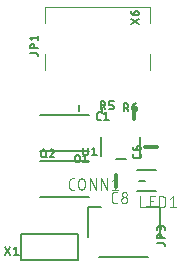
<source format=gbr>
G04 EAGLE Gerber RS-274X export*
G75*
%MOMM*%
%FSLAX34Y34*%
%LPD*%
%INSilkscreen Top*%
%IPPOS*%
%AMOC8*
5,1,8,0,0,1.08239X$1,22.5*%
G01*
%ADD10C,0.304800*%
%ADD11C,0.076200*%
%ADD12C,0.152400*%
%ADD13C,0.203200*%
%ADD14C,0.101600*%


D10*
X104521Y64262D02*
X104521Y74422D01*
D11*
X105450Y50813D02*
X103362Y50813D01*
X103273Y50815D01*
X103185Y50821D01*
X103097Y50830D01*
X103009Y50843D01*
X102922Y50860D01*
X102836Y50880D01*
X102751Y50905D01*
X102666Y50932D01*
X102583Y50964D01*
X102502Y50998D01*
X102422Y51037D01*
X102344Y51078D01*
X102267Y51123D01*
X102193Y51171D01*
X102120Y51222D01*
X102050Y51276D01*
X101983Y51334D01*
X101917Y51394D01*
X101855Y51456D01*
X101795Y51522D01*
X101737Y51589D01*
X101683Y51659D01*
X101632Y51732D01*
X101584Y51806D01*
X101539Y51883D01*
X101498Y51961D01*
X101459Y52041D01*
X101425Y52122D01*
X101393Y52205D01*
X101366Y52290D01*
X101341Y52375D01*
X101321Y52461D01*
X101304Y52548D01*
X101291Y52636D01*
X101282Y52724D01*
X101276Y52812D01*
X101274Y52901D01*
X101273Y52901D02*
X101273Y58123D01*
X101274Y58123D02*
X101276Y58214D01*
X101282Y58305D01*
X101292Y58396D01*
X101306Y58486D01*
X101323Y58575D01*
X101345Y58663D01*
X101371Y58751D01*
X101400Y58837D01*
X101433Y58922D01*
X101470Y59005D01*
X101510Y59087D01*
X101554Y59167D01*
X101601Y59245D01*
X101652Y59321D01*
X101705Y59394D01*
X101762Y59465D01*
X101823Y59534D01*
X101886Y59599D01*
X101951Y59662D01*
X102020Y59722D01*
X102091Y59780D01*
X102164Y59833D01*
X102240Y59884D01*
X102318Y59931D01*
X102398Y59975D01*
X102480Y60015D01*
X102563Y60052D01*
X102648Y60085D01*
X102734Y60114D01*
X102822Y60140D01*
X102910Y60162D01*
X102999Y60179D01*
X103089Y60193D01*
X103180Y60203D01*
X103271Y60209D01*
X103362Y60211D01*
X105450Y60211D01*
X108918Y53424D02*
X108920Y53525D01*
X108926Y53626D01*
X108936Y53727D01*
X108949Y53827D01*
X108967Y53927D01*
X108988Y54026D01*
X109014Y54124D01*
X109043Y54221D01*
X109075Y54317D01*
X109112Y54411D01*
X109152Y54504D01*
X109196Y54596D01*
X109243Y54685D01*
X109294Y54773D01*
X109348Y54859D01*
X109405Y54942D01*
X109465Y55024D01*
X109529Y55102D01*
X109595Y55179D01*
X109665Y55252D01*
X109737Y55323D01*
X109812Y55391D01*
X109890Y55456D01*
X109970Y55518D01*
X110052Y55577D01*
X110137Y55633D01*
X110224Y55685D01*
X110312Y55734D01*
X110403Y55780D01*
X110495Y55821D01*
X110589Y55860D01*
X110684Y55894D01*
X110780Y55925D01*
X110878Y55952D01*
X110976Y55976D01*
X111076Y55995D01*
X111176Y56011D01*
X111276Y56023D01*
X111377Y56031D01*
X111478Y56035D01*
X111580Y56035D01*
X111681Y56031D01*
X111782Y56023D01*
X111882Y56011D01*
X111982Y55995D01*
X112082Y55976D01*
X112180Y55952D01*
X112278Y55925D01*
X112374Y55894D01*
X112469Y55860D01*
X112563Y55821D01*
X112655Y55780D01*
X112746Y55734D01*
X112835Y55685D01*
X112921Y55633D01*
X113006Y55577D01*
X113088Y55518D01*
X113168Y55456D01*
X113246Y55391D01*
X113321Y55323D01*
X113393Y55252D01*
X113463Y55179D01*
X113529Y55102D01*
X113593Y55024D01*
X113653Y54942D01*
X113710Y54859D01*
X113764Y54773D01*
X113815Y54685D01*
X113862Y54596D01*
X113906Y54504D01*
X113946Y54411D01*
X113983Y54317D01*
X114015Y54221D01*
X114044Y54124D01*
X114070Y54026D01*
X114091Y53927D01*
X114109Y53827D01*
X114122Y53727D01*
X114132Y53626D01*
X114138Y53525D01*
X114140Y53424D01*
X114138Y53323D01*
X114132Y53222D01*
X114122Y53121D01*
X114109Y53021D01*
X114091Y52921D01*
X114070Y52822D01*
X114044Y52724D01*
X114015Y52627D01*
X113983Y52531D01*
X113946Y52437D01*
X113906Y52344D01*
X113862Y52252D01*
X113815Y52163D01*
X113764Y52075D01*
X113710Y51989D01*
X113653Y51906D01*
X113593Y51824D01*
X113529Y51746D01*
X113463Y51669D01*
X113393Y51596D01*
X113321Y51525D01*
X113246Y51457D01*
X113168Y51392D01*
X113088Y51330D01*
X113006Y51271D01*
X112921Y51215D01*
X112834Y51163D01*
X112746Y51114D01*
X112655Y51068D01*
X112563Y51027D01*
X112469Y50988D01*
X112374Y50954D01*
X112278Y50923D01*
X112180Y50896D01*
X112082Y50872D01*
X111982Y50853D01*
X111882Y50837D01*
X111782Y50825D01*
X111681Y50817D01*
X111580Y50813D01*
X111478Y50813D01*
X111377Y50817D01*
X111276Y50825D01*
X111176Y50837D01*
X111076Y50853D01*
X110976Y50872D01*
X110878Y50896D01*
X110780Y50923D01*
X110684Y50954D01*
X110589Y50988D01*
X110495Y51027D01*
X110403Y51068D01*
X110312Y51114D01*
X110224Y51163D01*
X110137Y51215D01*
X110052Y51271D01*
X109970Y51330D01*
X109890Y51392D01*
X109812Y51457D01*
X109737Y51525D01*
X109665Y51596D01*
X109595Y51669D01*
X109529Y51746D01*
X109465Y51824D01*
X109405Y51906D01*
X109348Y51989D01*
X109294Y52075D01*
X109243Y52163D01*
X109196Y52252D01*
X109152Y52344D01*
X109112Y52437D01*
X109075Y52531D01*
X109043Y52627D01*
X109014Y52724D01*
X108988Y52822D01*
X108967Y52921D01*
X108949Y53021D01*
X108936Y53121D01*
X108926Y53222D01*
X108920Y53323D01*
X108918Y53424D01*
X109441Y58123D02*
X109443Y58213D01*
X109449Y58302D01*
X109458Y58392D01*
X109472Y58481D01*
X109489Y58569D01*
X109510Y58656D01*
X109535Y58743D01*
X109564Y58828D01*
X109596Y58912D01*
X109631Y58994D01*
X109671Y59075D01*
X109713Y59154D01*
X109759Y59231D01*
X109809Y59306D01*
X109861Y59379D01*
X109917Y59450D01*
X109975Y59518D01*
X110037Y59583D01*
X110101Y59646D01*
X110168Y59706D01*
X110237Y59763D01*
X110309Y59817D01*
X110383Y59868D01*
X110459Y59916D01*
X110537Y59960D01*
X110617Y60001D01*
X110699Y60039D01*
X110782Y60073D01*
X110867Y60103D01*
X110953Y60130D01*
X111039Y60153D01*
X111127Y60172D01*
X111216Y60187D01*
X111305Y60199D01*
X111394Y60207D01*
X111484Y60211D01*
X111574Y60211D01*
X111664Y60207D01*
X111753Y60199D01*
X111842Y60187D01*
X111931Y60172D01*
X112019Y60153D01*
X112105Y60130D01*
X112191Y60103D01*
X112276Y60073D01*
X112359Y60039D01*
X112441Y60001D01*
X112521Y59960D01*
X112599Y59916D01*
X112675Y59868D01*
X112749Y59817D01*
X112821Y59763D01*
X112890Y59706D01*
X112957Y59646D01*
X113021Y59583D01*
X113083Y59518D01*
X113141Y59450D01*
X113197Y59379D01*
X113249Y59306D01*
X113299Y59231D01*
X113345Y59154D01*
X113387Y59075D01*
X113427Y58994D01*
X113462Y58912D01*
X113494Y58828D01*
X113523Y58743D01*
X113548Y58656D01*
X113569Y58569D01*
X113586Y58481D01*
X113600Y58392D01*
X113609Y58302D01*
X113615Y58213D01*
X113617Y58123D01*
X113615Y58033D01*
X113609Y57944D01*
X113600Y57854D01*
X113586Y57765D01*
X113569Y57677D01*
X113548Y57590D01*
X113523Y57503D01*
X113494Y57418D01*
X113462Y57334D01*
X113427Y57252D01*
X113387Y57171D01*
X113345Y57092D01*
X113299Y57015D01*
X113249Y56940D01*
X113197Y56867D01*
X113141Y56796D01*
X113083Y56728D01*
X113021Y56663D01*
X112957Y56600D01*
X112890Y56540D01*
X112821Y56483D01*
X112749Y56429D01*
X112675Y56378D01*
X112599Y56330D01*
X112521Y56286D01*
X112441Y56245D01*
X112359Y56207D01*
X112276Y56173D01*
X112191Y56143D01*
X112105Y56116D01*
X112019Y56093D01*
X111931Y56074D01*
X111842Y56059D01*
X111753Y56047D01*
X111664Y56039D01*
X111574Y56035D01*
X111484Y56035D01*
X111394Y56039D01*
X111305Y56047D01*
X111216Y56059D01*
X111127Y56074D01*
X111039Y56093D01*
X110953Y56116D01*
X110867Y56143D01*
X110782Y56173D01*
X110699Y56207D01*
X110617Y56245D01*
X110537Y56286D01*
X110459Y56330D01*
X110383Y56378D01*
X110309Y56429D01*
X110237Y56483D01*
X110168Y56540D01*
X110101Y56600D01*
X110037Y56663D01*
X109975Y56728D01*
X109917Y56796D01*
X109861Y56867D01*
X109809Y56940D01*
X109759Y57015D01*
X109713Y57092D01*
X109671Y57171D01*
X109631Y57252D01*
X109596Y57334D01*
X109564Y57418D01*
X109535Y57503D01*
X109510Y57590D01*
X109489Y57677D01*
X109472Y57765D01*
X109458Y57854D01*
X109449Y57944D01*
X109443Y58033D01*
X109441Y58123D01*
D10*
X119380Y122301D02*
X119380Y132461D01*
D12*
X91433Y121285D02*
X89965Y121285D01*
X89891Y121287D01*
X89816Y121293D01*
X89743Y121302D01*
X89669Y121315D01*
X89597Y121332D01*
X89526Y121352D01*
X89455Y121376D01*
X89386Y121404D01*
X89319Y121435D01*
X89253Y121469D01*
X89188Y121507D01*
X89126Y121548D01*
X89066Y121592D01*
X89009Y121639D01*
X88954Y121689D01*
X88901Y121742D01*
X88851Y121797D01*
X88804Y121854D01*
X88760Y121914D01*
X88719Y121976D01*
X88681Y122041D01*
X88647Y122107D01*
X88616Y122174D01*
X88588Y122243D01*
X88564Y122314D01*
X88544Y122385D01*
X88527Y122457D01*
X88514Y122531D01*
X88505Y122604D01*
X88499Y122679D01*
X88497Y122753D01*
X88498Y122753D02*
X88498Y126421D01*
X88497Y126421D02*
X88499Y126495D01*
X88505Y126570D01*
X88514Y126643D01*
X88527Y126717D01*
X88544Y126789D01*
X88564Y126860D01*
X88588Y126931D01*
X88616Y127000D01*
X88647Y127067D01*
X88681Y127133D01*
X88719Y127198D01*
X88760Y127260D01*
X88804Y127320D01*
X88851Y127377D01*
X88901Y127432D01*
X88954Y127485D01*
X89009Y127535D01*
X89066Y127582D01*
X89126Y127626D01*
X89188Y127667D01*
X89253Y127705D01*
X89318Y127739D01*
X89386Y127770D01*
X89455Y127798D01*
X89526Y127822D01*
X89597Y127842D01*
X89669Y127859D01*
X89743Y127872D01*
X89816Y127881D01*
X89891Y127887D01*
X89965Y127889D01*
X91433Y127889D01*
X94629Y126421D02*
X96464Y127889D01*
X96464Y121285D01*
X98298Y121285D02*
X94629Y121285D01*
D13*
X81960Y86374D02*
X39960Y86374D01*
X39960Y55866D02*
X81960Y55866D01*
D12*
X41402Y91496D02*
X41402Y94432D01*
X41404Y94517D01*
X41410Y94601D01*
X41420Y94685D01*
X41433Y94769D01*
X41451Y94852D01*
X41472Y94934D01*
X41497Y95015D01*
X41526Y95095D01*
X41558Y95173D01*
X41594Y95249D01*
X41634Y95324D01*
X41677Y95397D01*
X41723Y95468D01*
X41772Y95537D01*
X41825Y95604D01*
X41881Y95668D01*
X41939Y95729D01*
X42000Y95787D01*
X42064Y95843D01*
X42131Y95896D01*
X42200Y95945D01*
X42271Y95991D01*
X42344Y96034D01*
X42419Y96074D01*
X42495Y96110D01*
X42573Y96142D01*
X42653Y96171D01*
X42734Y96196D01*
X42816Y96217D01*
X42899Y96235D01*
X42983Y96248D01*
X43067Y96258D01*
X43151Y96264D01*
X43236Y96266D01*
X43321Y96264D01*
X43405Y96258D01*
X43489Y96248D01*
X43573Y96235D01*
X43656Y96217D01*
X43738Y96196D01*
X43819Y96171D01*
X43899Y96142D01*
X43977Y96110D01*
X44053Y96074D01*
X44128Y96034D01*
X44201Y95991D01*
X44272Y95945D01*
X44341Y95896D01*
X44408Y95843D01*
X44472Y95787D01*
X44533Y95729D01*
X44591Y95668D01*
X44647Y95604D01*
X44700Y95537D01*
X44749Y95468D01*
X44795Y95397D01*
X44838Y95324D01*
X44878Y95249D01*
X44914Y95173D01*
X44946Y95095D01*
X44975Y95015D01*
X45000Y94934D01*
X45021Y94852D01*
X45039Y94769D01*
X45052Y94685D01*
X45062Y94601D01*
X45068Y94517D01*
X45070Y94432D01*
X45071Y94432D02*
X45071Y91496D01*
X45070Y91496D02*
X45068Y91411D01*
X45062Y91327D01*
X45052Y91243D01*
X45039Y91159D01*
X45021Y91076D01*
X45000Y90994D01*
X44975Y90913D01*
X44946Y90833D01*
X44914Y90755D01*
X44878Y90679D01*
X44838Y90604D01*
X44795Y90531D01*
X44749Y90460D01*
X44700Y90391D01*
X44647Y90324D01*
X44591Y90260D01*
X44533Y90199D01*
X44472Y90141D01*
X44408Y90085D01*
X44341Y90032D01*
X44272Y89983D01*
X44201Y89937D01*
X44128Y89894D01*
X44053Y89854D01*
X43977Y89818D01*
X43899Y89786D01*
X43819Y89757D01*
X43738Y89732D01*
X43656Y89711D01*
X43573Y89693D01*
X43489Y89680D01*
X43405Y89670D01*
X43321Y89664D01*
X43236Y89662D01*
X43151Y89664D01*
X43067Y89670D01*
X42983Y89680D01*
X42899Y89693D01*
X42816Y89711D01*
X42734Y89732D01*
X42653Y89757D01*
X42573Y89786D01*
X42495Y89818D01*
X42419Y89854D01*
X42344Y89894D01*
X42271Y89937D01*
X42200Y89983D01*
X42131Y90032D01*
X42064Y90085D01*
X42000Y90141D01*
X41939Y90199D01*
X41881Y90260D01*
X41825Y90324D01*
X41772Y90391D01*
X41723Y90460D01*
X41677Y90531D01*
X41634Y90604D01*
X41594Y90679D01*
X41558Y90755D01*
X41526Y90833D01*
X41497Y90913D01*
X41472Y90994D01*
X41451Y91076D01*
X41433Y91159D01*
X41420Y91243D01*
X41410Y91327D01*
X41404Y91411D01*
X41402Y91496D01*
X44337Y91130D02*
X45805Y89662D01*
X51916Y94615D02*
X51914Y94694D01*
X51909Y94772D01*
X51899Y94850D01*
X51886Y94927D01*
X51869Y95004D01*
X51849Y95080D01*
X51825Y95155D01*
X51798Y95229D01*
X51767Y95301D01*
X51732Y95372D01*
X51695Y95441D01*
X51654Y95508D01*
X51610Y95573D01*
X51563Y95636D01*
X51513Y95696D01*
X51460Y95754D01*
X51404Y95810D01*
X51346Y95863D01*
X51286Y95913D01*
X51223Y95960D01*
X51158Y96004D01*
X51091Y96045D01*
X51022Y96082D01*
X50951Y96117D01*
X50879Y96148D01*
X50805Y96175D01*
X50730Y96199D01*
X50654Y96219D01*
X50577Y96236D01*
X50500Y96249D01*
X50422Y96259D01*
X50344Y96264D01*
X50265Y96266D01*
X50176Y96264D01*
X50087Y96259D01*
X49999Y96249D01*
X49911Y96236D01*
X49824Y96220D01*
X49737Y96199D01*
X49652Y96175D01*
X49567Y96148D01*
X49484Y96117D01*
X49402Y96082D01*
X49321Y96044D01*
X49242Y96003D01*
X49166Y95959D01*
X49090Y95911D01*
X49017Y95860D01*
X48947Y95807D01*
X48878Y95750D01*
X48812Y95690D01*
X48749Y95628D01*
X48688Y95563D01*
X48630Y95496D01*
X48575Y95426D01*
X48522Y95354D01*
X48473Y95280D01*
X48427Y95204D01*
X48385Y95126D01*
X48345Y95046D01*
X48309Y94965D01*
X48276Y94882D01*
X48247Y94798D01*
X51366Y93331D02*
X51422Y93387D01*
X51476Y93446D01*
X51527Y93507D01*
X51576Y93571D01*
X51621Y93636D01*
X51664Y93704D01*
X51703Y93773D01*
X51740Y93844D01*
X51773Y93917D01*
X51802Y93991D01*
X51829Y94066D01*
X51852Y94142D01*
X51871Y94220D01*
X51887Y94298D01*
X51900Y94376D01*
X51909Y94456D01*
X51914Y94535D01*
X51916Y94615D01*
X51366Y93331D02*
X48247Y89662D01*
X51916Y89662D01*
D14*
X133600Y163670D02*
X133600Y177170D01*
X44200Y177170D02*
X44200Y163670D01*
X44200Y217170D02*
X133600Y217170D01*
X133600Y203670D01*
X44200Y203670D02*
X44200Y217170D01*
D12*
X117162Y206960D02*
X123766Y202557D01*
X123766Y206960D02*
X117162Y202557D01*
X120097Y210239D02*
X120097Y212440D01*
X120099Y212514D01*
X120105Y212589D01*
X120114Y212662D01*
X120127Y212736D01*
X120144Y212808D01*
X120164Y212879D01*
X120188Y212950D01*
X120216Y213019D01*
X120247Y213086D01*
X120281Y213152D01*
X120319Y213217D01*
X120360Y213279D01*
X120404Y213339D01*
X120451Y213396D01*
X120501Y213451D01*
X120554Y213504D01*
X120609Y213554D01*
X120666Y213601D01*
X120726Y213645D01*
X120788Y213686D01*
X120853Y213724D01*
X120919Y213758D01*
X120986Y213789D01*
X121055Y213817D01*
X121126Y213841D01*
X121197Y213861D01*
X121269Y213878D01*
X121343Y213891D01*
X121416Y213900D01*
X121491Y213906D01*
X121565Y213908D01*
X121932Y213908D01*
X122017Y213906D01*
X122101Y213900D01*
X122185Y213890D01*
X122269Y213877D01*
X122352Y213859D01*
X122434Y213838D01*
X122515Y213813D01*
X122595Y213784D01*
X122673Y213752D01*
X122749Y213716D01*
X122824Y213676D01*
X122897Y213633D01*
X122968Y213587D01*
X123037Y213538D01*
X123104Y213485D01*
X123168Y213429D01*
X123229Y213371D01*
X123287Y213310D01*
X123343Y213246D01*
X123396Y213179D01*
X123445Y213110D01*
X123491Y213039D01*
X123534Y212966D01*
X123574Y212891D01*
X123610Y212815D01*
X123642Y212737D01*
X123671Y212657D01*
X123696Y212576D01*
X123717Y212494D01*
X123735Y212411D01*
X123748Y212327D01*
X123758Y212243D01*
X123764Y212159D01*
X123766Y212074D01*
X123764Y211989D01*
X123758Y211905D01*
X123748Y211821D01*
X123735Y211737D01*
X123717Y211654D01*
X123696Y211572D01*
X123671Y211491D01*
X123642Y211411D01*
X123610Y211333D01*
X123574Y211257D01*
X123534Y211182D01*
X123491Y211109D01*
X123445Y211038D01*
X123396Y210969D01*
X123343Y210902D01*
X123287Y210838D01*
X123229Y210777D01*
X123168Y210719D01*
X123104Y210663D01*
X123037Y210610D01*
X122968Y210561D01*
X122897Y210515D01*
X122824Y210472D01*
X122749Y210432D01*
X122673Y210396D01*
X122595Y210364D01*
X122515Y210335D01*
X122434Y210310D01*
X122352Y210289D01*
X122269Y210271D01*
X122185Y210258D01*
X122101Y210248D01*
X122017Y210242D01*
X121932Y210240D01*
X121932Y210239D02*
X120097Y210239D01*
X119990Y210241D01*
X119883Y210247D01*
X119776Y210257D01*
X119670Y210270D01*
X119564Y210288D01*
X119459Y210309D01*
X119355Y210334D01*
X119251Y210363D01*
X119149Y210396D01*
X119049Y210433D01*
X118949Y210473D01*
X118851Y210517D01*
X118755Y210564D01*
X118661Y210615D01*
X118568Y210669D01*
X118478Y210726D01*
X118389Y210787D01*
X118303Y210851D01*
X118220Y210918D01*
X118138Y210988D01*
X118060Y211061D01*
X117984Y211137D01*
X117911Y211215D01*
X117841Y211297D01*
X117774Y211380D01*
X117710Y211466D01*
X117649Y211555D01*
X117592Y211645D01*
X117538Y211738D01*
X117487Y211832D01*
X117440Y211928D01*
X117396Y212026D01*
X117356Y212126D01*
X117319Y212226D01*
X117286Y212328D01*
X117257Y212432D01*
X117232Y212536D01*
X117211Y212641D01*
X117193Y212747D01*
X117180Y212853D01*
X117170Y212960D01*
X117164Y213067D01*
X117162Y213174D01*
D13*
X73025Y133604D02*
X73025Y128524D01*
D12*
X91567Y130556D02*
X91567Y137160D01*
X93401Y137160D01*
X93486Y137158D01*
X93570Y137152D01*
X93654Y137142D01*
X93738Y137129D01*
X93821Y137111D01*
X93903Y137090D01*
X93984Y137065D01*
X94064Y137036D01*
X94142Y137004D01*
X94218Y136968D01*
X94293Y136928D01*
X94366Y136885D01*
X94437Y136839D01*
X94506Y136790D01*
X94573Y136737D01*
X94637Y136681D01*
X94698Y136623D01*
X94756Y136562D01*
X94812Y136498D01*
X94865Y136431D01*
X94914Y136362D01*
X94960Y136291D01*
X95003Y136218D01*
X95043Y136143D01*
X95079Y136067D01*
X95111Y135989D01*
X95140Y135909D01*
X95165Y135828D01*
X95186Y135746D01*
X95204Y135663D01*
X95217Y135579D01*
X95227Y135495D01*
X95233Y135411D01*
X95235Y135326D01*
X95233Y135241D01*
X95227Y135157D01*
X95217Y135073D01*
X95204Y134989D01*
X95186Y134906D01*
X95165Y134824D01*
X95140Y134743D01*
X95111Y134663D01*
X95079Y134585D01*
X95043Y134509D01*
X95003Y134434D01*
X94960Y134361D01*
X94914Y134290D01*
X94865Y134221D01*
X94812Y134154D01*
X94756Y134090D01*
X94698Y134029D01*
X94637Y133971D01*
X94573Y133915D01*
X94506Y133862D01*
X94437Y133813D01*
X94366Y133767D01*
X94293Y133724D01*
X94218Y133684D01*
X94142Y133648D01*
X94064Y133616D01*
X93984Y133587D01*
X93903Y133562D01*
X93821Y133541D01*
X93738Y133523D01*
X93654Y133510D01*
X93570Y133500D01*
X93486Y133494D01*
X93401Y133492D01*
X93401Y133491D02*
X91567Y133491D01*
X93768Y133491D02*
X95236Y130556D01*
X98803Y130556D02*
X101005Y130556D01*
X101079Y130558D01*
X101154Y130564D01*
X101227Y130573D01*
X101301Y130586D01*
X101373Y130603D01*
X101444Y130623D01*
X101515Y130647D01*
X101584Y130675D01*
X101651Y130706D01*
X101717Y130740D01*
X101782Y130778D01*
X101844Y130819D01*
X101904Y130863D01*
X101961Y130910D01*
X102016Y130960D01*
X102069Y131013D01*
X102119Y131068D01*
X102166Y131125D01*
X102210Y131185D01*
X102251Y131247D01*
X102289Y131312D01*
X102323Y131377D01*
X102354Y131445D01*
X102382Y131514D01*
X102406Y131585D01*
X102426Y131656D01*
X102443Y131728D01*
X102456Y131802D01*
X102465Y131875D01*
X102471Y131950D01*
X102473Y132024D01*
X102472Y132024D02*
X102472Y132757D01*
X102473Y132757D02*
X102471Y132831D01*
X102465Y132906D01*
X102456Y132979D01*
X102443Y133053D01*
X102426Y133125D01*
X102406Y133196D01*
X102382Y133267D01*
X102354Y133336D01*
X102323Y133403D01*
X102289Y133469D01*
X102251Y133534D01*
X102210Y133596D01*
X102166Y133656D01*
X102119Y133713D01*
X102069Y133768D01*
X102016Y133821D01*
X101961Y133871D01*
X101904Y133918D01*
X101844Y133962D01*
X101782Y134003D01*
X101717Y134041D01*
X101651Y134075D01*
X101584Y134106D01*
X101515Y134134D01*
X101444Y134158D01*
X101373Y134178D01*
X101301Y134195D01*
X101227Y134208D01*
X101154Y134217D01*
X101079Y134223D01*
X101005Y134225D01*
X98803Y134225D01*
X98803Y137160D01*
X102472Y137160D01*
D13*
X92710Y131826D02*
X92710Y126746D01*
D12*
X111252Y128778D02*
X111252Y135382D01*
X113086Y135382D01*
X113171Y135380D01*
X113255Y135374D01*
X113339Y135364D01*
X113423Y135351D01*
X113506Y135333D01*
X113588Y135312D01*
X113669Y135287D01*
X113749Y135258D01*
X113827Y135226D01*
X113903Y135190D01*
X113978Y135150D01*
X114051Y135107D01*
X114122Y135061D01*
X114191Y135012D01*
X114258Y134959D01*
X114322Y134903D01*
X114383Y134845D01*
X114441Y134784D01*
X114497Y134720D01*
X114550Y134653D01*
X114599Y134584D01*
X114645Y134513D01*
X114688Y134440D01*
X114728Y134365D01*
X114764Y134289D01*
X114796Y134211D01*
X114825Y134131D01*
X114850Y134050D01*
X114871Y133968D01*
X114889Y133885D01*
X114902Y133801D01*
X114912Y133717D01*
X114918Y133633D01*
X114920Y133548D01*
X114918Y133463D01*
X114912Y133379D01*
X114902Y133295D01*
X114889Y133211D01*
X114871Y133128D01*
X114850Y133046D01*
X114825Y132965D01*
X114796Y132885D01*
X114764Y132807D01*
X114728Y132731D01*
X114688Y132656D01*
X114645Y132583D01*
X114599Y132512D01*
X114550Y132443D01*
X114497Y132376D01*
X114441Y132312D01*
X114383Y132251D01*
X114322Y132193D01*
X114258Y132137D01*
X114191Y132084D01*
X114122Y132035D01*
X114051Y131989D01*
X113978Y131946D01*
X113903Y131906D01*
X113827Y131870D01*
X113749Y131838D01*
X113669Y131809D01*
X113588Y131784D01*
X113506Y131763D01*
X113423Y131745D01*
X113339Y131732D01*
X113255Y131722D01*
X113171Y131716D01*
X113086Y131714D01*
X113086Y131713D02*
X111252Y131713D01*
X113453Y131713D02*
X114921Y128778D01*
X118488Y132447D02*
X120690Y132447D01*
X120764Y132445D01*
X120839Y132439D01*
X120912Y132430D01*
X120986Y132417D01*
X121058Y132400D01*
X121129Y132380D01*
X121200Y132356D01*
X121269Y132328D01*
X121336Y132297D01*
X121402Y132263D01*
X121467Y132225D01*
X121529Y132184D01*
X121589Y132140D01*
X121646Y132093D01*
X121701Y132043D01*
X121754Y131990D01*
X121804Y131935D01*
X121851Y131878D01*
X121895Y131818D01*
X121936Y131756D01*
X121974Y131691D01*
X122008Y131625D01*
X122039Y131558D01*
X122067Y131489D01*
X122091Y131418D01*
X122111Y131347D01*
X122128Y131275D01*
X122141Y131201D01*
X122150Y131128D01*
X122156Y131053D01*
X122158Y130979D01*
X122157Y130979D02*
X122157Y130612D01*
X122155Y130527D01*
X122149Y130443D01*
X122139Y130359D01*
X122126Y130275D01*
X122108Y130192D01*
X122087Y130110D01*
X122062Y130029D01*
X122033Y129949D01*
X122001Y129871D01*
X121965Y129795D01*
X121925Y129720D01*
X121882Y129647D01*
X121836Y129576D01*
X121787Y129507D01*
X121734Y129440D01*
X121678Y129376D01*
X121620Y129315D01*
X121559Y129257D01*
X121495Y129201D01*
X121428Y129148D01*
X121359Y129099D01*
X121288Y129053D01*
X121215Y129010D01*
X121140Y128970D01*
X121064Y128934D01*
X120986Y128902D01*
X120906Y128873D01*
X120825Y128848D01*
X120743Y128827D01*
X120660Y128809D01*
X120576Y128796D01*
X120492Y128786D01*
X120408Y128780D01*
X120323Y128778D01*
X120238Y128780D01*
X120154Y128786D01*
X120070Y128796D01*
X119986Y128809D01*
X119903Y128827D01*
X119821Y128848D01*
X119740Y128873D01*
X119660Y128902D01*
X119582Y128934D01*
X119506Y128970D01*
X119431Y129010D01*
X119358Y129053D01*
X119287Y129099D01*
X119218Y129148D01*
X119151Y129201D01*
X119087Y129257D01*
X119026Y129315D01*
X118968Y129376D01*
X118912Y129440D01*
X118859Y129507D01*
X118810Y129576D01*
X118764Y129647D01*
X118721Y129720D01*
X118681Y129795D01*
X118645Y129871D01*
X118613Y129949D01*
X118584Y130029D01*
X118559Y130110D01*
X118538Y130192D01*
X118520Y130275D01*
X118507Y130359D01*
X118497Y130443D01*
X118491Y130527D01*
X118489Y130612D01*
X118488Y130612D02*
X118488Y132447D01*
X118489Y132447D02*
X118491Y132554D01*
X118497Y132661D01*
X118507Y132768D01*
X118520Y132874D01*
X118538Y132980D01*
X118559Y133085D01*
X118584Y133189D01*
X118613Y133293D01*
X118646Y133395D01*
X118683Y133495D01*
X118723Y133595D01*
X118767Y133693D01*
X118814Y133789D01*
X118865Y133883D01*
X118919Y133976D01*
X118976Y134066D01*
X119037Y134155D01*
X119101Y134241D01*
X119168Y134324D01*
X119238Y134406D01*
X119311Y134484D01*
X119387Y134560D01*
X119465Y134633D01*
X119547Y134703D01*
X119630Y134770D01*
X119716Y134834D01*
X119805Y134895D01*
X119895Y134952D01*
X119988Y135006D01*
X120082Y135057D01*
X120178Y135104D01*
X120276Y135148D01*
X120376Y135188D01*
X120476Y135225D01*
X120578Y135258D01*
X120682Y135287D01*
X120786Y135312D01*
X120891Y135333D01*
X120997Y135351D01*
X121103Y135364D01*
X121210Y135374D01*
X121317Y135380D01*
X121424Y135382D01*
X36886Y177581D02*
X31750Y177581D01*
X36886Y177581D02*
X36960Y177579D01*
X37035Y177573D01*
X37108Y177564D01*
X37182Y177551D01*
X37254Y177534D01*
X37325Y177514D01*
X37396Y177490D01*
X37465Y177462D01*
X37533Y177431D01*
X37598Y177397D01*
X37663Y177359D01*
X37725Y177318D01*
X37785Y177274D01*
X37842Y177227D01*
X37897Y177177D01*
X37950Y177124D01*
X38000Y177069D01*
X38047Y177012D01*
X38091Y176952D01*
X38132Y176890D01*
X38170Y176825D01*
X38204Y176759D01*
X38235Y176692D01*
X38263Y176623D01*
X38287Y176552D01*
X38307Y176481D01*
X38324Y176408D01*
X38337Y176335D01*
X38346Y176261D01*
X38352Y176187D01*
X38354Y176113D01*
X38354Y175379D01*
X38354Y181846D02*
X31750Y181846D01*
X31750Y183680D01*
X31752Y183765D01*
X31758Y183849D01*
X31768Y183933D01*
X31781Y184017D01*
X31799Y184100D01*
X31820Y184182D01*
X31845Y184263D01*
X31874Y184343D01*
X31906Y184421D01*
X31942Y184497D01*
X31982Y184572D01*
X32025Y184645D01*
X32071Y184716D01*
X32120Y184785D01*
X32173Y184852D01*
X32229Y184916D01*
X32287Y184977D01*
X32348Y185035D01*
X32412Y185091D01*
X32479Y185144D01*
X32548Y185193D01*
X32619Y185239D01*
X32692Y185282D01*
X32767Y185322D01*
X32843Y185358D01*
X32921Y185390D01*
X33001Y185419D01*
X33082Y185444D01*
X33164Y185465D01*
X33247Y185483D01*
X33331Y185496D01*
X33415Y185506D01*
X33499Y185512D01*
X33584Y185514D01*
X33669Y185512D01*
X33753Y185506D01*
X33837Y185496D01*
X33921Y185483D01*
X34004Y185465D01*
X34086Y185444D01*
X34167Y185419D01*
X34247Y185390D01*
X34325Y185358D01*
X34401Y185322D01*
X34476Y185282D01*
X34549Y185239D01*
X34620Y185193D01*
X34689Y185144D01*
X34756Y185091D01*
X34820Y185035D01*
X34881Y184977D01*
X34939Y184916D01*
X34995Y184852D01*
X35048Y184785D01*
X35097Y184716D01*
X35143Y184645D01*
X35186Y184572D01*
X35226Y184497D01*
X35262Y184421D01*
X35294Y184343D01*
X35323Y184263D01*
X35348Y184182D01*
X35369Y184100D01*
X35387Y184017D01*
X35400Y183933D01*
X35410Y183849D01*
X35416Y183765D01*
X35418Y183680D01*
X35419Y183680D02*
X35419Y181846D01*
X33218Y188736D02*
X31750Y190571D01*
X38354Y190571D01*
X38354Y192405D02*
X38354Y188736D01*
X80744Y47921D02*
X80744Y21921D01*
X80744Y47921D02*
X91744Y47921D01*
X129744Y47921D02*
X141744Y47921D01*
X141744Y21921D01*
X131744Y4921D02*
X89744Y4921D01*
D11*
X69302Y62302D02*
X67213Y62302D01*
X67124Y62304D01*
X67036Y62310D01*
X66948Y62319D01*
X66860Y62332D01*
X66773Y62349D01*
X66687Y62369D01*
X66602Y62394D01*
X66517Y62421D01*
X66434Y62453D01*
X66353Y62487D01*
X66273Y62526D01*
X66195Y62567D01*
X66118Y62612D01*
X66044Y62660D01*
X65971Y62711D01*
X65901Y62765D01*
X65834Y62823D01*
X65768Y62883D01*
X65706Y62945D01*
X65646Y63011D01*
X65588Y63078D01*
X65534Y63148D01*
X65483Y63221D01*
X65435Y63295D01*
X65390Y63372D01*
X65349Y63450D01*
X65310Y63530D01*
X65276Y63611D01*
X65244Y63694D01*
X65217Y63779D01*
X65192Y63864D01*
X65172Y63950D01*
X65155Y64037D01*
X65142Y64125D01*
X65133Y64213D01*
X65127Y64301D01*
X65125Y64390D01*
X65125Y69612D01*
X65127Y69703D01*
X65133Y69794D01*
X65143Y69885D01*
X65157Y69975D01*
X65174Y70064D01*
X65196Y70152D01*
X65222Y70240D01*
X65251Y70326D01*
X65284Y70411D01*
X65321Y70494D01*
X65361Y70576D01*
X65405Y70656D01*
X65452Y70734D01*
X65503Y70810D01*
X65556Y70883D01*
X65613Y70954D01*
X65674Y71023D01*
X65737Y71088D01*
X65802Y71151D01*
X65871Y71211D01*
X65942Y71269D01*
X66015Y71322D01*
X66091Y71373D01*
X66169Y71420D01*
X66249Y71464D01*
X66331Y71504D01*
X66414Y71541D01*
X66499Y71574D01*
X66585Y71603D01*
X66673Y71629D01*
X66761Y71651D01*
X66850Y71668D01*
X66940Y71682D01*
X67031Y71692D01*
X67122Y71698D01*
X67213Y71700D01*
X69302Y71700D01*
X72771Y69089D02*
X72771Y64913D01*
X72770Y69089D02*
X72772Y69190D01*
X72778Y69291D01*
X72788Y69392D01*
X72801Y69492D01*
X72819Y69592D01*
X72840Y69691D01*
X72866Y69789D01*
X72895Y69886D01*
X72927Y69982D01*
X72964Y70076D01*
X73004Y70169D01*
X73048Y70261D01*
X73095Y70350D01*
X73146Y70438D01*
X73200Y70524D01*
X73257Y70607D01*
X73317Y70689D01*
X73381Y70767D01*
X73447Y70844D01*
X73517Y70917D01*
X73589Y70988D01*
X73664Y71056D01*
X73742Y71121D01*
X73822Y71183D01*
X73904Y71242D01*
X73989Y71298D01*
X74076Y71350D01*
X74164Y71399D01*
X74255Y71445D01*
X74347Y71486D01*
X74441Y71525D01*
X74536Y71559D01*
X74632Y71590D01*
X74730Y71617D01*
X74828Y71641D01*
X74928Y71660D01*
X75028Y71676D01*
X75128Y71688D01*
X75229Y71696D01*
X75330Y71700D01*
X75432Y71700D01*
X75533Y71696D01*
X75634Y71688D01*
X75734Y71676D01*
X75834Y71660D01*
X75934Y71641D01*
X76032Y71617D01*
X76130Y71590D01*
X76226Y71559D01*
X76321Y71525D01*
X76415Y71486D01*
X76507Y71445D01*
X76598Y71399D01*
X76687Y71350D01*
X76773Y71298D01*
X76858Y71242D01*
X76940Y71183D01*
X77020Y71121D01*
X77098Y71056D01*
X77173Y70988D01*
X77245Y70917D01*
X77315Y70844D01*
X77381Y70767D01*
X77445Y70689D01*
X77505Y70607D01*
X77562Y70524D01*
X77616Y70438D01*
X77667Y70350D01*
X77714Y70261D01*
X77758Y70169D01*
X77798Y70076D01*
X77835Y69982D01*
X77867Y69886D01*
X77896Y69789D01*
X77922Y69691D01*
X77943Y69592D01*
X77961Y69492D01*
X77974Y69392D01*
X77984Y69291D01*
X77990Y69190D01*
X77992Y69089D01*
X77992Y64913D01*
X77990Y64812D01*
X77984Y64711D01*
X77974Y64610D01*
X77961Y64510D01*
X77943Y64410D01*
X77922Y64311D01*
X77896Y64213D01*
X77867Y64116D01*
X77835Y64020D01*
X77798Y63926D01*
X77758Y63833D01*
X77714Y63741D01*
X77667Y63652D01*
X77616Y63564D01*
X77562Y63478D01*
X77505Y63395D01*
X77445Y63313D01*
X77381Y63235D01*
X77315Y63158D01*
X77245Y63085D01*
X77173Y63014D01*
X77098Y62946D01*
X77020Y62881D01*
X76940Y62819D01*
X76858Y62760D01*
X76773Y62704D01*
X76686Y62652D01*
X76598Y62603D01*
X76507Y62557D01*
X76415Y62516D01*
X76321Y62477D01*
X76226Y62443D01*
X76130Y62412D01*
X76032Y62385D01*
X75934Y62361D01*
X75834Y62342D01*
X75734Y62326D01*
X75634Y62314D01*
X75533Y62306D01*
X75432Y62302D01*
X75330Y62302D01*
X75229Y62306D01*
X75128Y62314D01*
X75028Y62326D01*
X74928Y62342D01*
X74828Y62361D01*
X74730Y62385D01*
X74632Y62412D01*
X74536Y62443D01*
X74441Y62477D01*
X74347Y62516D01*
X74255Y62557D01*
X74164Y62603D01*
X74076Y62652D01*
X73989Y62704D01*
X73904Y62760D01*
X73822Y62819D01*
X73742Y62881D01*
X73664Y62946D01*
X73589Y63014D01*
X73517Y63085D01*
X73447Y63158D01*
X73381Y63235D01*
X73317Y63313D01*
X73257Y63395D01*
X73200Y63478D01*
X73146Y63564D01*
X73095Y63652D01*
X73048Y63741D01*
X73004Y63833D01*
X72964Y63926D01*
X72927Y64020D01*
X72895Y64116D01*
X72866Y64213D01*
X72840Y64311D01*
X72819Y64410D01*
X72801Y64510D01*
X72788Y64610D01*
X72778Y64711D01*
X72772Y64812D01*
X72770Y64913D01*
X82219Y62302D02*
X82219Y71700D01*
X87441Y62302D01*
X87441Y71700D01*
X91973Y71700D02*
X91973Y62302D01*
X97194Y62302D02*
X91973Y71700D01*
X97194Y71700D02*
X97194Y62302D01*
X101422Y69612D02*
X104032Y71700D01*
X104032Y62302D01*
X101422Y62302D02*
X106643Y62302D01*
D13*
X125085Y90679D02*
X125085Y106679D01*
X92085Y106679D02*
X92085Y90679D01*
X104585Y88179D02*
X112585Y88179D01*
D12*
X76815Y93147D02*
X76815Y97917D01*
X76816Y93147D02*
X76818Y93062D01*
X76824Y92978D01*
X76834Y92894D01*
X76847Y92810D01*
X76865Y92727D01*
X76886Y92645D01*
X76911Y92564D01*
X76940Y92484D01*
X76972Y92406D01*
X77008Y92330D01*
X77048Y92255D01*
X77091Y92182D01*
X77137Y92111D01*
X77186Y92042D01*
X77239Y91975D01*
X77295Y91911D01*
X77353Y91850D01*
X77414Y91792D01*
X77478Y91736D01*
X77545Y91683D01*
X77614Y91634D01*
X77685Y91588D01*
X77758Y91545D01*
X77833Y91505D01*
X77909Y91469D01*
X77987Y91437D01*
X78067Y91408D01*
X78148Y91383D01*
X78230Y91362D01*
X78313Y91344D01*
X78397Y91331D01*
X78481Y91321D01*
X78565Y91315D01*
X78650Y91313D01*
X78735Y91315D01*
X78819Y91321D01*
X78903Y91331D01*
X78987Y91344D01*
X79070Y91362D01*
X79152Y91383D01*
X79233Y91408D01*
X79313Y91437D01*
X79391Y91469D01*
X79467Y91505D01*
X79542Y91545D01*
X79615Y91588D01*
X79686Y91634D01*
X79755Y91683D01*
X79822Y91736D01*
X79886Y91792D01*
X79947Y91850D01*
X80005Y91911D01*
X80061Y91975D01*
X80114Y92042D01*
X80163Y92111D01*
X80209Y92182D01*
X80252Y92255D01*
X80292Y92330D01*
X80328Y92406D01*
X80360Y92484D01*
X80389Y92564D01*
X80414Y92645D01*
X80435Y92727D01*
X80453Y92810D01*
X80466Y92894D01*
X80476Y92978D01*
X80482Y93062D01*
X80484Y93147D01*
X80484Y97917D01*
X84374Y96449D02*
X86209Y97917D01*
X86209Y91313D01*
X88043Y91313D02*
X84374Y91313D01*
X122683Y60723D02*
X138683Y60723D01*
X129183Y69723D02*
X123683Y69723D01*
X122683Y78723D02*
X138683Y78723D01*
D11*
X125200Y56642D02*
X125200Y47244D01*
X129377Y47244D01*
X133125Y47244D02*
X137302Y47244D01*
X133125Y47244D02*
X133125Y56642D01*
X137302Y56642D01*
X136258Y52465D02*
X133125Y52465D01*
X141032Y56642D02*
X141032Y47244D01*
X141032Y56642D02*
X143643Y56642D01*
X143743Y56640D01*
X143843Y56634D01*
X143942Y56625D01*
X144042Y56611D01*
X144140Y56594D01*
X144238Y56573D01*
X144335Y56549D01*
X144431Y56520D01*
X144526Y56488D01*
X144619Y56453D01*
X144711Y56414D01*
X144802Y56371D01*
X144890Y56325D01*
X144977Y56275D01*
X145062Y56223D01*
X145145Y56167D01*
X145226Y56108D01*
X145304Y56045D01*
X145380Y55980D01*
X145454Y55912D01*
X145524Y55842D01*
X145592Y55768D01*
X145657Y55692D01*
X145720Y55614D01*
X145779Y55533D01*
X145835Y55450D01*
X145887Y55365D01*
X145937Y55278D01*
X145983Y55190D01*
X146026Y55099D01*
X146065Y55007D01*
X146100Y54914D01*
X146132Y54819D01*
X146161Y54723D01*
X146185Y54626D01*
X146206Y54528D01*
X146223Y54430D01*
X146237Y54330D01*
X146246Y54231D01*
X146252Y54131D01*
X146254Y54031D01*
X146253Y54031D02*
X146253Y49855D01*
X146254Y49855D02*
X146252Y49755D01*
X146246Y49655D01*
X146237Y49556D01*
X146223Y49456D01*
X146206Y49358D01*
X146185Y49260D01*
X146161Y49163D01*
X146132Y49067D01*
X146100Y48972D01*
X146065Y48879D01*
X146026Y48787D01*
X145983Y48696D01*
X145937Y48608D01*
X145887Y48521D01*
X145835Y48436D01*
X145779Y48353D01*
X145720Y48272D01*
X145657Y48194D01*
X145592Y48118D01*
X145524Y48044D01*
X145454Y47974D01*
X145380Y47906D01*
X145304Y47841D01*
X145226Y47778D01*
X145145Y47719D01*
X145062Y47663D01*
X144977Y47611D01*
X144890Y47561D01*
X144802Y47515D01*
X144711Y47472D01*
X144619Y47433D01*
X144526Y47398D01*
X144431Y47366D01*
X144335Y47337D01*
X144238Y47313D01*
X144140Y47292D01*
X144042Y47275D01*
X143942Y47261D01*
X143843Y47252D01*
X143743Y47246D01*
X143643Y47244D01*
X141032Y47244D01*
X150481Y54554D02*
X153091Y56642D01*
X153091Y47244D01*
X150481Y47244D02*
X155702Y47244D01*
D12*
X144582Y16806D02*
X139446Y16806D01*
X144582Y16807D02*
X144656Y16805D01*
X144731Y16799D01*
X144804Y16790D01*
X144878Y16777D01*
X144950Y16760D01*
X145021Y16740D01*
X145092Y16716D01*
X145161Y16688D01*
X145229Y16657D01*
X145294Y16623D01*
X145359Y16585D01*
X145421Y16544D01*
X145481Y16500D01*
X145538Y16453D01*
X145593Y16403D01*
X145646Y16350D01*
X145696Y16295D01*
X145743Y16238D01*
X145787Y16178D01*
X145828Y16116D01*
X145866Y16051D01*
X145900Y15985D01*
X145931Y15918D01*
X145959Y15849D01*
X145983Y15778D01*
X146003Y15707D01*
X146020Y15634D01*
X146033Y15561D01*
X146042Y15487D01*
X146048Y15413D01*
X146050Y15339D01*
X146050Y14605D01*
X146050Y21072D02*
X139446Y21072D01*
X139446Y22906D01*
X139448Y22991D01*
X139454Y23075D01*
X139464Y23159D01*
X139477Y23243D01*
X139495Y23326D01*
X139516Y23408D01*
X139541Y23489D01*
X139570Y23569D01*
X139602Y23647D01*
X139638Y23723D01*
X139678Y23798D01*
X139721Y23871D01*
X139767Y23942D01*
X139816Y24011D01*
X139869Y24078D01*
X139925Y24142D01*
X139983Y24203D01*
X140044Y24261D01*
X140108Y24317D01*
X140175Y24370D01*
X140244Y24419D01*
X140315Y24465D01*
X140388Y24508D01*
X140463Y24548D01*
X140539Y24584D01*
X140617Y24616D01*
X140697Y24645D01*
X140778Y24670D01*
X140860Y24691D01*
X140943Y24709D01*
X141027Y24722D01*
X141111Y24732D01*
X141195Y24738D01*
X141280Y24740D01*
X141365Y24738D01*
X141449Y24732D01*
X141533Y24722D01*
X141617Y24709D01*
X141700Y24691D01*
X141782Y24670D01*
X141863Y24645D01*
X141943Y24616D01*
X142021Y24584D01*
X142097Y24548D01*
X142172Y24508D01*
X142245Y24465D01*
X142316Y24419D01*
X142385Y24370D01*
X142452Y24317D01*
X142516Y24261D01*
X142577Y24203D01*
X142635Y24142D01*
X142691Y24078D01*
X142744Y24011D01*
X142793Y23942D01*
X142839Y23871D01*
X142882Y23798D01*
X142922Y23723D01*
X142958Y23647D01*
X142990Y23569D01*
X143019Y23489D01*
X143044Y23408D01*
X143065Y23326D01*
X143083Y23243D01*
X143096Y23159D01*
X143106Y23075D01*
X143112Y22991D01*
X143114Y22906D01*
X143115Y22906D02*
X143115Y21072D01*
X146050Y27962D02*
X146050Y29796D01*
X146048Y29881D01*
X146042Y29965D01*
X146032Y30049D01*
X146019Y30133D01*
X146001Y30216D01*
X145980Y30298D01*
X145955Y30379D01*
X145926Y30459D01*
X145894Y30537D01*
X145858Y30613D01*
X145818Y30688D01*
X145775Y30761D01*
X145729Y30832D01*
X145680Y30901D01*
X145627Y30968D01*
X145571Y31032D01*
X145513Y31093D01*
X145452Y31151D01*
X145388Y31207D01*
X145321Y31260D01*
X145252Y31309D01*
X145181Y31355D01*
X145108Y31398D01*
X145033Y31438D01*
X144957Y31474D01*
X144879Y31506D01*
X144799Y31535D01*
X144718Y31560D01*
X144636Y31581D01*
X144553Y31599D01*
X144469Y31612D01*
X144385Y31622D01*
X144301Y31628D01*
X144216Y31630D01*
X144131Y31628D01*
X144047Y31622D01*
X143963Y31612D01*
X143879Y31599D01*
X143796Y31581D01*
X143714Y31560D01*
X143633Y31535D01*
X143553Y31506D01*
X143475Y31474D01*
X143399Y31438D01*
X143324Y31398D01*
X143251Y31355D01*
X143180Y31309D01*
X143111Y31260D01*
X143044Y31207D01*
X142980Y31151D01*
X142919Y31093D01*
X142861Y31032D01*
X142805Y30968D01*
X142752Y30901D01*
X142703Y30832D01*
X142657Y30761D01*
X142614Y30688D01*
X142574Y30613D01*
X142538Y30537D01*
X142506Y30459D01*
X142477Y30379D01*
X142452Y30298D01*
X142431Y30216D01*
X142413Y30133D01*
X142400Y30049D01*
X142390Y29965D01*
X142384Y29881D01*
X142382Y29796D01*
X139446Y30163D02*
X139446Y27962D01*
X139446Y30163D02*
X139448Y30239D01*
X139454Y30314D01*
X139463Y30389D01*
X139477Y30463D01*
X139494Y30537D01*
X139516Y30609D01*
X139540Y30681D01*
X139569Y30751D01*
X139601Y30819D01*
X139636Y30886D01*
X139675Y30951D01*
X139718Y31014D01*
X139763Y31074D01*
X139811Y31132D01*
X139863Y31188D01*
X139917Y31240D01*
X139974Y31290D01*
X140033Y31337D01*
X140094Y31381D01*
X140158Y31422D01*
X140224Y31459D01*
X140292Y31493D01*
X140361Y31523D01*
X140432Y31550D01*
X140504Y31573D01*
X140577Y31592D01*
X140651Y31607D01*
X140726Y31619D01*
X140801Y31627D01*
X140876Y31631D01*
X140952Y31631D01*
X141027Y31627D01*
X141102Y31619D01*
X141177Y31607D01*
X141251Y31592D01*
X141324Y31573D01*
X141396Y31550D01*
X141467Y31523D01*
X141536Y31493D01*
X141604Y31459D01*
X141670Y31422D01*
X141734Y31381D01*
X141795Y31337D01*
X141854Y31290D01*
X141911Y31240D01*
X141965Y31188D01*
X142017Y31132D01*
X142065Y31074D01*
X142110Y31014D01*
X142153Y30951D01*
X142192Y30886D01*
X142227Y30819D01*
X142259Y30751D01*
X142288Y30681D01*
X142312Y30609D01*
X142334Y30537D01*
X142351Y30463D01*
X142365Y30389D01*
X142374Y30314D01*
X142380Y30239D01*
X142382Y30163D01*
X142381Y30163D02*
X142381Y28696D01*
D10*
X139319Y98044D02*
X129159Y98044D01*
D12*
X125538Y92216D02*
X125538Y90749D01*
X125536Y90675D01*
X125530Y90600D01*
X125521Y90527D01*
X125508Y90453D01*
X125491Y90381D01*
X125471Y90310D01*
X125447Y90239D01*
X125419Y90170D01*
X125388Y90103D01*
X125354Y90037D01*
X125316Y89972D01*
X125275Y89910D01*
X125231Y89850D01*
X125184Y89793D01*
X125134Y89738D01*
X125081Y89685D01*
X125026Y89635D01*
X124969Y89588D01*
X124909Y89544D01*
X124847Y89503D01*
X124782Y89465D01*
X124717Y89431D01*
X124649Y89400D01*
X124580Y89372D01*
X124509Y89348D01*
X124438Y89328D01*
X124366Y89311D01*
X124292Y89298D01*
X124219Y89289D01*
X124144Y89283D01*
X124070Y89281D01*
X120402Y89281D01*
X120328Y89283D01*
X120253Y89289D01*
X120180Y89298D01*
X120106Y89311D01*
X120034Y89328D01*
X119963Y89348D01*
X119892Y89372D01*
X119823Y89400D01*
X119756Y89431D01*
X119690Y89465D01*
X119625Y89503D01*
X119563Y89544D01*
X119503Y89588D01*
X119446Y89635D01*
X119391Y89685D01*
X119338Y89738D01*
X119288Y89793D01*
X119241Y89850D01*
X119197Y89910D01*
X119156Y89972D01*
X119118Y90037D01*
X119084Y90102D01*
X119053Y90170D01*
X119025Y90239D01*
X119001Y90310D01*
X118981Y90381D01*
X118964Y90453D01*
X118951Y90527D01*
X118942Y90600D01*
X118936Y90675D01*
X118934Y90749D01*
X118934Y92216D01*
X121869Y95413D02*
X121869Y97614D01*
X121871Y97688D01*
X121877Y97763D01*
X121886Y97836D01*
X121899Y97910D01*
X121916Y97982D01*
X121936Y98053D01*
X121960Y98124D01*
X121988Y98193D01*
X122019Y98260D01*
X122053Y98326D01*
X122091Y98391D01*
X122132Y98453D01*
X122176Y98513D01*
X122223Y98570D01*
X122273Y98625D01*
X122326Y98678D01*
X122381Y98728D01*
X122438Y98775D01*
X122498Y98819D01*
X122560Y98860D01*
X122625Y98898D01*
X122691Y98932D01*
X122758Y98963D01*
X122827Y98991D01*
X122898Y99015D01*
X122969Y99035D01*
X123041Y99052D01*
X123115Y99065D01*
X123188Y99074D01*
X123263Y99080D01*
X123337Y99082D01*
X123337Y99081D02*
X123704Y99081D01*
X123789Y99079D01*
X123873Y99073D01*
X123957Y99063D01*
X124041Y99050D01*
X124124Y99032D01*
X124206Y99011D01*
X124287Y98986D01*
X124367Y98957D01*
X124445Y98925D01*
X124521Y98889D01*
X124596Y98849D01*
X124669Y98806D01*
X124740Y98760D01*
X124809Y98711D01*
X124876Y98658D01*
X124940Y98602D01*
X125001Y98544D01*
X125059Y98483D01*
X125115Y98419D01*
X125168Y98352D01*
X125217Y98283D01*
X125263Y98212D01*
X125306Y98139D01*
X125346Y98064D01*
X125382Y97988D01*
X125414Y97910D01*
X125443Y97830D01*
X125468Y97749D01*
X125489Y97667D01*
X125507Y97584D01*
X125520Y97500D01*
X125530Y97416D01*
X125536Y97332D01*
X125538Y97247D01*
X125536Y97162D01*
X125530Y97078D01*
X125520Y96994D01*
X125507Y96910D01*
X125489Y96827D01*
X125468Y96745D01*
X125443Y96664D01*
X125414Y96584D01*
X125382Y96506D01*
X125346Y96430D01*
X125306Y96355D01*
X125263Y96282D01*
X125217Y96211D01*
X125168Y96142D01*
X125115Y96075D01*
X125059Y96011D01*
X125001Y95950D01*
X124940Y95892D01*
X124876Y95836D01*
X124809Y95783D01*
X124740Y95734D01*
X124669Y95688D01*
X124596Y95645D01*
X124521Y95605D01*
X124445Y95569D01*
X124367Y95537D01*
X124287Y95508D01*
X124206Y95483D01*
X124124Y95462D01*
X124041Y95444D01*
X123957Y95431D01*
X123873Y95421D01*
X123789Y95415D01*
X123704Y95413D01*
X121869Y95413D01*
X121762Y95415D01*
X121655Y95421D01*
X121548Y95431D01*
X121442Y95444D01*
X121336Y95462D01*
X121231Y95483D01*
X121127Y95508D01*
X121023Y95537D01*
X120921Y95570D01*
X120821Y95607D01*
X120721Y95647D01*
X120623Y95691D01*
X120527Y95738D01*
X120433Y95789D01*
X120340Y95843D01*
X120250Y95900D01*
X120161Y95961D01*
X120075Y96025D01*
X119992Y96092D01*
X119910Y96162D01*
X119832Y96235D01*
X119756Y96311D01*
X119683Y96389D01*
X119613Y96471D01*
X119546Y96554D01*
X119482Y96640D01*
X119421Y96729D01*
X119364Y96819D01*
X119310Y96912D01*
X119259Y97006D01*
X119212Y97102D01*
X119168Y97200D01*
X119128Y97300D01*
X119091Y97400D01*
X119058Y97502D01*
X119029Y97606D01*
X119004Y97710D01*
X118983Y97815D01*
X118965Y97921D01*
X118952Y98027D01*
X118942Y98134D01*
X118936Y98241D01*
X118934Y98348D01*
D13*
X72260Y2335D02*
X24260Y2335D01*
X24260Y24335D01*
X72260Y24335D01*
X72260Y2335D01*
D12*
X15150Y13843D02*
X10747Y7239D01*
X15150Y7239D02*
X10747Y13843D01*
X18429Y12375D02*
X20264Y13843D01*
X20264Y7239D01*
X22098Y7239D02*
X18429Y7239D01*
D13*
X39960Y95236D02*
X81960Y95236D01*
X81960Y125744D02*
X39960Y125744D01*
D12*
X70004Y90114D02*
X70004Y87178D01*
X70004Y90114D02*
X70006Y90199D01*
X70012Y90283D01*
X70022Y90367D01*
X70035Y90451D01*
X70053Y90534D01*
X70074Y90616D01*
X70099Y90697D01*
X70128Y90777D01*
X70160Y90855D01*
X70196Y90931D01*
X70236Y91006D01*
X70279Y91079D01*
X70325Y91150D01*
X70374Y91219D01*
X70427Y91286D01*
X70483Y91350D01*
X70541Y91411D01*
X70602Y91469D01*
X70666Y91525D01*
X70733Y91578D01*
X70802Y91627D01*
X70873Y91673D01*
X70946Y91716D01*
X71021Y91756D01*
X71097Y91792D01*
X71175Y91824D01*
X71255Y91853D01*
X71336Y91878D01*
X71418Y91899D01*
X71501Y91917D01*
X71585Y91930D01*
X71669Y91940D01*
X71753Y91946D01*
X71838Y91948D01*
X71923Y91946D01*
X72007Y91940D01*
X72091Y91930D01*
X72175Y91917D01*
X72258Y91899D01*
X72340Y91878D01*
X72421Y91853D01*
X72501Y91824D01*
X72579Y91792D01*
X72655Y91756D01*
X72730Y91716D01*
X72803Y91673D01*
X72874Y91627D01*
X72943Y91578D01*
X73010Y91525D01*
X73074Y91469D01*
X73135Y91411D01*
X73193Y91350D01*
X73249Y91286D01*
X73302Y91219D01*
X73351Y91150D01*
X73397Y91079D01*
X73440Y91006D01*
X73480Y90931D01*
X73516Y90855D01*
X73548Y90777D01*
X73577Y90697D01*
X73602Y90616D01*
X73623Y90534D01*
X73641Y90451D01*
X73654Y90367D01*
X73664Y90283D01*
X73670Y90199D01*
X73672Y90114D01*
X73673Y90114D02*
X73673Y87178D01*
X73672Y87178D02*
X73670Y87093D01*
X73664Y87009D01*
X73654Y86925D01*
X73641Y86841D01*
X73623Y86758D01*
X73602Y86676D01*
X73577Y86595D01*
X73548Y86515D01*
X73516Y86437D01*
X73480Y86361D01*
X73440Y86286D01*
X73397Y86213D01*
X73351Y86142D01*
X73302Y86073D01*
X73249Y86006D01*
X73193Y85942D01*
X73135Y85881D01*
X73074Y85823D01*
X73010Y85767D01*
X72943Y85714D01*
X72874Y85665D01*
X72803Y85619D01*
X72730Y85576D01*
X72655Y85536D01*
X72579Y85500D01*
X72501Y85468D01*
X72421Y85439D01*
X72340Y85414D01*
X72258Y85393D01*
X72175Y85375D01*
X72091Y85362D01*
X72007Y85352D01*
X71923Y85346D01*
X71838Y85344D01*
X71753Y85346D01*
X71669Y85352D01*
X71585Y85362D01*
X71501Y85375D01*
X71418Y85393D01*
X71336Y85414D01*
X71255Y85439D01*
X71175Y85468D01*
X71097Y85500D01*
X71021Y85536D01*
X70946Y85576D01*
X70873Y85619D01*
X70802Y85665D01*
X70733Y85714D01*
X70666Y85767D01*
X70602Y85823D01*
X70541Y85881D01*
X70483Y85942D01*
X70427Y86006D01*
X70374Y86073D01*
X70325Y86142D01*
X70279Y86213D01*
X70236Y86286D01*
X70196Y86361D01*
X70160Y86437D01*
X70128Y86515D01*
X70099Y86595D01*
X70074Y86676D01*
X70053Y86758D01*
X70035Y86841D01*
X70022Y86925D01*
X70012Y87009D01*
X70006Y87093D01*
X70004Y87178D01*
X72939Y86812D02*
X74407Y85344D01*
X76849Y90480D02*
X78684Y91948D01*
X78684Y85344D01*
X80518Y85344D02*
X76849Y85344D01*
M02*

</source>
